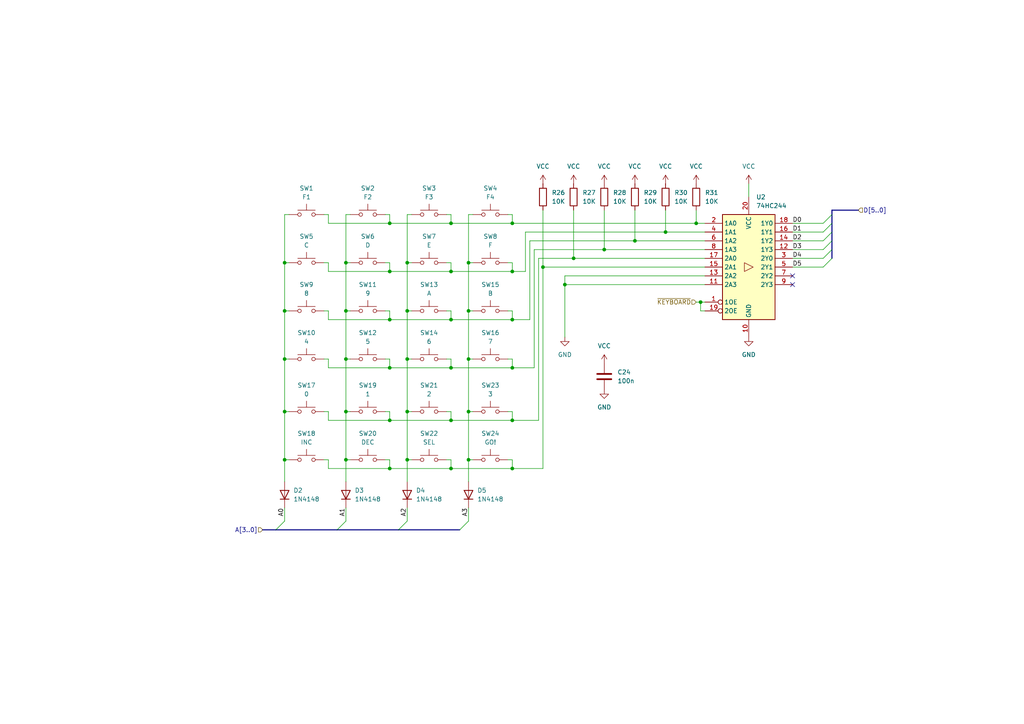
<source format=kicad_sch>
(kicad_sch (version 20250114) (generator "eeschema") (generator_version "9.0")
  (paper "A4")
  (title_block (title "Matrix keyboard") (date "2025-10-16") (rev "A") (company "A.K."))
  (lib_symbols
    (symbol "74xx:74HC244"
      (property "Reference" "U" (at -7.62 16.51 0))
      (property "Value" "74HC244" (at -7.62 -16.51 0))
      (symbol "74HC244_1_0"
        (polyline (pts (xy 1.27 0) (xy -1.27 1.27) (xy -1.27 -1.27) (xy 1.27 0)) (stroke (width 0.1524)))
        (pin input line (at -12.7 12.7 0) (length 5.08) (name "1A0") (number "2"))
        (pin input line (at -12.7 10.16 0) (length 5.08) (name "1A1") (number "4"))
        (pin input line (at -12.7 7.62 0) (length 5.08) (name "1A2") (number "6"))
        (pin input line (at -12.7 5.08 0) (length 5.08) (name "1A3") (number "8"))
        (pin input line (at -12.7 2.54 0) (length 5.08) (name "2A0") (number "17"))
        (pin input line (at -12.7 0 0) (length 5.08) (name "2A1") (number "15"))
        (pin input line (at -12.7 -2.54 0) (length 5.08) (name "2A2") (number "13"))
        (pin input line (at -12.7 -5.08 0) (length 5.08) (name "2A3") (number "11"))
        (pin input inverted (at -12.7 -10.16 0) (length 5.08) (name "1OE") (number "1"))
        (pin input inverted (at -12.7 -12.7 0) (length 5.08) (name "2OE") (number "19"))
        (pin power_in line (at 0 20.32 270) (length 5.08) (name "VCC") (number "20"))
        (pin power_in line (at 0 -20.32 90) (length 5.08) (name "GND") (number "10"))
        (pin tri_state line (at 12.7 12.7 180) (length 5.08) (name "1Y0") (number "18"))
        (pin tri_state line (at 12.7 10.16 180) (length 5.08) (name "1Y1") (number "16"))
        (pin tri_state line (at 12.7 7.62 180) (length 5.08) (name "1Y2") (number "14"))
        (pin tri_state line (at 12.7 5.08 180) (length 5.08) (name "1Y3") (number "12"))
        (pin tri_state line (at 12.7 2.54 180) (length 5.08) (name "2Y0") (number "3"))
        (pin tri_state line (at 12.7 0 180) (length 5.08) (name "2Y1") (number "5"))
        (pin tri_state line (at 12.7 -2.54 180) (length 5.08) (name "2Y2") (number "7"))
        (pin tri_state line (at 12.7 -5.08 180) (length 5.08) (name "2Y3") (number "9"))
      )
      (symbol "74HC244_1_1"
        (rectangle (start -7.62 15.24) (end 7.62 -15.24) (stroke (width 0.254)) (fill (type background)))
      )
    )
    (symbol "Device:C" (pin_numbers (hide yes)) (pin_names (offset 0.254))
      (property "Reference" "C" (at 0.635 2.54 0))
      (property "Value" "C" (at 0.635 -2.54 0))
      (symbol "C_0_1"
        (polyline (pts (xy -2.032 0.762) (xy 2.032 0.762)) (stroke (width 0.508)))
        (polyline (pts (xy -2.032 -0.762) (xy 2.032 -0.762)) (stroke (width 0.508)))
      )
      (symbol "C_1_1"
        (pin passive line (at 0 3.81 270) (length 2.794) (name "~") (number "1"))
        (pin passive line (at 0 -3.81 90) (length 2.794) (name "~") (number "2"))
      )
    )
    (symbol "Device:D" (pin_numbers (hide yes)) (pin_names (offset 1.016) (hide yes))
      (property "Reference" "D" (at 0 2.54 0))
      (property "Value" "D" (at 0 -2.54 0))
      (symbol "D_0_1"
        (polyline (pts (xy -1.27 1.27) (xy -1.27 -1.27)) (stroke (width 0.254)))
        (polyline (pts (xy 1.27 1.27) (xy 1.27 -1.27) (xy -1.27 0) (xy 1.27 1.27)) (stroke (width 0.254)))
        (polyline (pts (xy 1.27 0) (xy -1.27 0)))
      )
      (symbol "D_1_1"
        (pin passive line (at -3.81 0 0) (length 2.54) (name "K") (number "1"))
        (pin passive line (at 3.81 0 180) (length 2.54) (name "A") (number "2"))
      )
    )
    (symbol "Device:R" (pin_numbers (hide yes)) (pin_names (offset 0))
      (property "Reference" "R" (at 2.032 0 90))
      (property "Value" "R" (at 0 0 90))
      (symbol "R_0_1"
        (rectangle (start -1.016 -2.54) (end 1.016 2.54) (stroke (width 0.254)))
      )
      (symbol "R_1_1"
        (pin passive line (at 0 3.81 270) (length 1.27) (name "~") (number "1"))
        (pin passive line (at 0 -3.81 90) (length 1.27) (name "~") (number "2"))
      )
    )
    (symbol "Switch:SW_Omron_B3FS" (pin_numbers (hide yes)) (pin_names (offset 1.016) (hide yes))
      (property "Reference" "SW" (at 1.27 2.54 0))
      (property "Value" "SW_Omron_B3FS" (at 0 -1.524 0))
      (symbol "SW_Omron_B3FS_0_1"
        (circle (center -2.032 0) (radius 0.508))
        (polyline (pts (xy 0 1.27) (xy 0 3.048)))
        (circle (center 2.032 0) (radius 0.508))
        (polyline (pts (xy 2.54 1.27) (xy -2.54 1.27)))
        (pin passive line (at -5.08 0 0) (length 2.54) (name "1") (number "1"))
        (pin passive line (at 5.08 0 180) (length 2.54) (name "2") (number "2"))
      )
    )
    (symbol "power:GND" (power) (pin_numbers (hide yes)) (pin_names (offset 0) (hide yes))
      (property "Value" "GND" (at 0 -3.81 0))
      (symbol "GND_0_1"
        (polyline (pts (xy 0 0) (xy 0 -1.27) (xy 1.27 -1.27) (xy 0 -2.54) (xy -1.27 -1.27) (xy 0 -1.27)))
      )
      (symbol "GND_1_1"
        (pin power_in line (at 0 0 270) (length 0) (name "~") (number "1"))
      )
    )
    (symbol "power:VCC" (power) (pin_numbers (hide yes)) (pin_names (offset 0) (hide yes))
      (property "Value" "VCC" (at 0 3.556 0))
      (symbol "VCC_0_1"
        (polyline (pts (xy -0.762 1.27) (xy 0 2.54)))
        (polyline (pts (xy 0 2.54) (xy 0.762 1.27)))
        (polyline (pts (xy 0 0) (xy 0 2.54)))
      )
      (symbol "VCC_1_1"
        (pin power_in line (at 0 0 90) (length 0) (name "~") (number "1"))
      )
    )
  )
  (junction (at 118.11 104.14))
  (junction (at 193.04 67.31))
  (junction (at 82.55 119.38))
  (junction (at 135.89 133.35))
  (junction (at 130.81 78.74))
  (junction (at 113.03 78.74))
  (junction (at 130.81 121.92))
  (junction (at 148.59 92.71))
  (junction (at 118.11 76.2))
  (junction (at 135.89 90.17))
  (junction (at 157.48 77.47))
  (junction (at 148.59 121.92))
  (junction (at 166.37 74.93))
  (junction (at 113.03 106.68))
  (junction (at 100.33 119.38))
  (junction (at 118.11 119.38))
  (junction (at 203.2 87.63))
  (junction (at 148.59 78.74))
  (junction (at 148.59 64.77))
  (junction (at 100.33 133.35))
  (junction (at 175.26 72.39))
  (junction (at 130.81 92.71))
  (junction (at 201.93 64.77))
  (junction (at 82.55 133.35))
  (junction (at 148.59 135.89))
  (junction (at 113.03 64.77))
  (junction (at 118.11 133.35))
  (junction (at 100.33 104.14))
  (junction (at 82.55 90.17))
  (junction (at 163.83 82.55))
  (junction (at 184.15 69.85))
  (junction (at 113.03 135.89))
  (junction (at 130.81 106.68))
  (junction (at 113.03 121.92))
  (junction (at 118.11 90.17))
  (junction (at 130.81 135.89))
  (junction (at 100.33 76.2))
  (junction (at 113.03 92.71))
  (junction (at 100.33 90.17))
  (junction (at 135.89 76.2))
  (junction (at 82.55 76.2))
  (junction (at 82.55 104.14))
  (junction (at 135.89 104.14))
  (junction (at 135.89 119.38))
  (junction (at 130.81 64.77))
  (junction (at 148.59 106.68))
  (no_connect (at 229.87 80.01))
  (no_connect (at 229.87 82.55))
  (bus_entry (at 97.79 153.67) (size 2.54 -2.54))
  (bus_entry (at 241.3 62.23) (size -2.54 2.54))
  (bus_entry (at 133.35 153.67) (size 2.54 -2.54))
  (bus_entry (at 241.3 72.39) (size -2.54 2.54))
  (bus_entry (at 115.57 153.67) (size 2.54 -2.54))
  (bus_entry (at 241.3 74.93) (size -2.54 2.54))
  (bus_entry (at 241.3 67.31) (size -2.54 2.54))
  (bus_entry (at 241.3 69.85) (size -2.54 2.54))
  (bus_entry (at 80.01 153.67) (size 2.54 -2.54))
  (bus_entry (at 241.3 64.77) (size -2.54 2.54))
  (wire (pts (xy 83.82 62.23) (xy 82.55 62.23)))
  (wire (pts (xy 129.54 104.14) (xy 130.81 104.14)))
  (wire (pts (xy 113.03 135.89) (xy 130.81 135.89)))
  (wire (pts (xy 118.11 147.32) (xy 118.11 151.13)))
  (wire (pts (xy 148.59 121.92) (xy 156.21 121.92)))
  (bus (pts (xy 241.3 72.39) (xy 241.3 69.85)))
  (wire (pts (xy 118.11 119.38) (xy 118.11 133.35)))
  (wire (pts (xy 130.81 121.92) (xy 148.59 121.92)))
  (bus (pts (xy 241.3 62.23) (xy 241.3 60.96)))
  (wire (pts (xy 229.87 64.77) (xy 238.76 64.77)))
  (wire (pts (xy 93.98 133.35) (xy 95.25 133.35)))
  (wire (pts (xy 82.55 104.14) (xy 82.55 119.38)))
  (wire (pts (xy 130.81 62.23) (xy 130.81 64.77)))
  (wire (pts (xy 113.03 90.17) (xy 113.03 92.71)))
  (wire (pts (xy 118.11 90.17) (xy 118.11 104.14)))
  (wire (pts (xy 111.76 62.23) (xy 113.03 62.23)))
  (wire (pts (xy 101.6 90.17) (xy 100.33 90.17)))
  (wire (pts (xy 157.48 77.47) (xy 204.47 77.47)))
  (wire (pts (xy 100.33 119.38) (xy 100.33 133.35)))
  (wire (pts (xy 129.54 133.35) (xy 130.81 133.35)))
  (wire (pts (xy 148.59 76.2) (xy 147.32 76.2)))
  (wire (pts (xy 129.54 90.17) (xy 130.81 90.17)))
  (wire (pts (xy 184.15 60.96) (xy 184.15 69.85)))
  (wire (pts (xy 100.33 90.17) (xy 100.33 104.14)))
  (wire (pts (xy 111.76 76.2) (xy 113.03 76.2)))
  (wire (pts (xy 137.16 119.38) (xy 135.89 119.38)))
  (wire (pts (xy 82.55 104.14) (xy 83.82 104.14)))
  (wire (pts (xy 148.59 104.14) (xy 147.32 104.14)))
  (wire (pts (xy 82.55 76.2) (xy 83.82 76.2)))
  (wire (pts (xy 130.81 92.71) (xy 148.59 92.71)))
  (wire (pts (xy 111.76 133.35) (xy 113.03 133.35)))
  (wire (pts (xy 152.4 67.31) (xy 193.04 67.31)))
  (wire (pts (xy 229.87 72.39) (xy 238.76 72.39)))
  (wire (pts (xy 130.81 119.38) (xy 130.81 121.92)))
  (wire (pts (xy 95.25 78.74) (xy 113.03 78.74)))
  (wire (pts (xy 135.89 133.35) (xy 137.16 133.35)))
  (wire (pts (xy 148.59 133.35) (xy 147.32 133.35)))
  (wire (pts (xy 130.81 133.35) (xy 130.81 135.89)))
  (wire (pts (xy 113.03 76.2) (xy 113.03 78.74)))
  (wire (pts (xy 93.98 119.38) (xy 95.25 119.38)))
  (wire (pts (xy 148.59 64.77) (xy 148.59 62.23)))
  (wire (pts (xy 101.6 62.23) (xy 100.33 62.23)))
  (wire (pts (xy 148.59 62.23) (xy 147.32 62.23)))
  (bus (pts (xy 80.01 153.67) (xy 97.79 153.67)))
  (wire (pts (xy 163.83 97.79) (xy 163.83 82.55)))
  (wire (pts (xy 111.76 104.14) (xy 113.03 104.14)))
  (wire (pts (xy 95.25 104.14) (xy 95.25 106.68)))
  (wire (pts (xy 148.59 92.71) (xy 153.67 92.71)))
  (wire (pts (xy 163.83 82.55) (xy 204.47 82.55)))
  (wire (pts (xy 148.59 119.38) (xy 147.32 119.38)))
  (wire (pts (xy 157.48 135.89) (xy 157.48 77.47)))
  (wire (pts (xy 229.87 74.93) (xy 238.76 74.93)))
  (wire (pts (xy 95.25 62.23) (xy 95.25 64.77)))
  (wire (pts (xy 148.59 106.68) (xy 154.94 106.68)))
  (wire (pts (xy 130.81 135.89) (xy 148.59 135.89)))
  (wire (pts (xy 130.81 78.74) (xy 148.59 78.74)))
  (wire (pts (xy 130.81 104.14) (xy 130.81 106.68)))
  (wire (pts (xy 118.11 133.35) (xy 118.11 139.7)))
  (wire (pts (xy 118.11 104.14) (xy 118.11 119.38)))
  (wire (pts (xy 153.67 92.71) (xy 153.67 69.85)))
  (wire (pts (xy 95.25 76.2) (xy 95.25 78.74)))
  (wire (pts (xy 113.03 92.71) (xy 130.81 92.71)))
  (bus (pts (xy 241.3 60.96) (xy 248.92 60.96)))
  (wire (pts (xy 135.89 62.23) (xy 135.89 76.2)))
  (bus (pts (xy 115.57 153.67) (xy 133.35 153.67)))
  (wire (pts (xy 119.38 119.38) (xy 118.11 119.38)))
  (wire (pts (xy 166.37 74.93) (xy 204.47 74.93)))
  (wire (pts (xy 111.76 90.17) (xy 113.03 90.17)))
  (bus (pts (xy 97.79 153.67) (xy 115.57 153.67)))
  (wire (pts (xy 93.98 104.14) (xy 95.25 104.14)))
  (wire (pts (xy 118.11 133.35) (xy 119.38 133.35)))
  (wire (pts (xy 82.55 62.23) (xy 82.55 76.2)))
  (wire (pts (xy 163.83 80.01) (xy 163.83 82.55)))
  (wire (pts (xy 100.33 104.14) (xy 100.33 119.38)))
  (bus (pts (xy 241.3 64.77) (xy 241.3 62.23)))
  (wire (pts (xy 129.54 119.38) (xy 130.81 119.38)))
  (bus (pts (xy 241.3 74.93) (xy 241.3 72.39)))
  (wire (pts (xy 100.33 62.23) (xy 100.33 76.2)))
  (wire (pts (xy 82.55 133.35) (xy 83.82 133.35)))
  (wire (pts (xy 82.55 119.38) (xy 82.55 133.35)))
  (wire (pts (xy 148.59 121.92) (xy 148.59 119.38)))
  (wire (pts (xy 118.11 76.2) (xy 118.11 90.17)))
  (bus (pts (xy 76.2 153.67) (xy 80.01 153.67)))
  (wire (pts (xy 157.48 60.96) (xy 157.48 77.47)))
  (wire (pts (xy 82.55 76.2) (xy 82.55 90.17)))
  (wire (pts (xy 148.59 135.89) (xy 157.48 135.89)))
  (wire (pts (xy 113.03 62.23) (xy 113.03 64.77)))
  (wire (pts (xy 130.81 90.17) (xy 130.81 92.71)))
  (bus (pts (xy 241.3 67.31) (xy 241.3 64.77)))
  (wire (pts (xy 193.04 60.96) (xy 193.04 67.31)))
  (wire (pts (xy 217.17 53.34) (xy 217.17 57.15)))
  (wire (pts (xy 148.59 135.89) (xy 148.59 133.35)))
  (wire (pts (xy 95.25 133.35) (xy 95.25 135.89)))
  (wire (pts (xy 129.54 76.2) (xy 130.81 76.2)))
  (wire (pts (xy 135.89 76.2) (xy 137.16 76.2)))
  (wire (pts (xy 82.55 90.17) (xy 82.55 104.14)))
  (wire (pts (xy 100.33 133.35) (xy 100.33 139.7)))
  (wire (pts (xy 135.89 147.32) (xy 135.89 151.13)))
  (wire (pts (xy 201.93 60.96) (xy 201.93 64.77)))
  (wire (pts (xy 119.38 62.23) (xy 118.11 62.23)))
  (wire (pts (xy 113.03 133.35) (xy 113.03 135.89)))
  (wire (pts (xy 93.98 62.23) (xy 95.25 62.23)))
  (bus (pts (xy 241.3 69.85) (xy 241.3 67.31)))
  (wire (pts (xy 156.21 121.92) (xy 156.21 74.93)))
  (wire (pts (xy 148.59 78.74) (xy 152.4 78.74)))
  (wire (pts (xy 93.98 90.17) (xy 95.25 90.17)))
  (wire (pts (xy 113.03 104.14) (xy 113.03 106.68)))
  (wire (pts (xy 201.93 64.77) (xy 204.47 64.77)))
  (wire (pts (xy 129.54 62.23) (xy 130.81 62.23)))
  (wire (pts (xy 175.26 72.39) (xy 204.47 72.39)))
  (wire (pts (xy 175.26 60.96) (xy 175.26 72.39)))
  (wire (pts (xy 95.25 106.68) (xy 113.03 106.68)))
  (wire (pts (xy 148.59 92.71) (xy 148.59 90.17)))
  (wire (pts (xy 148.59 90.17) (xy 147.32 90.17)))
  (wire (pts (xy 95.25 135.89) (xy 113.03 135.89)))
  (wire (pts (xy 113.03 64.77) (xy 130.81 64.77)))
  (wire (pts (xy 154.94 72.39) (xy 175.26 72.39)))
  (wire (pts (xy 113.03 119.38) (xy 113.03 121.92)))
  (wire (pts (xy 204.47 80.01) (xy 163.83 80.01)))
  (wire (pts (xy 229.87 77.47) (xy 238.76 77.47)))
  (wire (pts (xy 111.76 119.38) (xy 113.03 119.38)))
  (wire (pts (xy 201.93 87.63) (xy 203.2 87.63)))
  (wire (pts (xy 156.21 74.93) (xy 166.37 74.93)))
  (wire (pts (xy 203.2 87.63) (xy 203.2 90.17)))
  (wire (pts (xy 148.59 106.68) (xy 148.59 104.14)))
  (wire (pts (xy 135.89 119.38) (xy 135.89 133.35)))
  (wire (pts (xy 118.11 76.2) (xy 119.38 76.2)))
  (wire (pts (xy 148.59 78.74) (xy 148.59 76.2)))
  (wire (pts (xy 148.59 64.77) (xy 201.93 64.77)))
  (wire (pts (xy 95.25 92.71) (xy 113.03 92.71)))
  (wire (pts (xy 229.87 69.85) (xy 238.76 69.85)))
  (wire (pts (xy 100.33 147.32) (xy 100.33 151.13)))
  (wire (pts (xy 203.2 90.17) (xy 204.47 90.17)))
  (wire (pts (xy 137.16 90.17) (xy 135.89 90.17)))
  (wire (pts (xy 93.98 76.2) (xy 95.25 76.2)))
  (wire (pts (xy 184.15 69.85) (xy 204.47 69.85)))
  (wire (pts (xy 82.55 147.32) (xy 82.55 151.13)))
  (wire (pts (xy 100.33 76.2) (xy 100.33 90.17)))
  (wire (pts (xy 100.33 104.14) (xy 101.6 104.14)))
  (wire (pts (xy 95.25 64.77) (xy 113.03 64.77)))
  (wire (pts (xy 130.81 106.68) (xy 148.59 106.68)))
  (wire (pts (xy 95.25 121.92) (xy 113.03 121.92)))
  (wire (pts (xy 95.25 119.38) (xy 95.25 121.92)))
  (wire (pts (xy 113.03 78.74) (xy 130.81 78.74)))
  (wire (pts (xy 135.89 133.35) (xy 135.89 139.7)))
  (wire (pts (xy 82.55 133.35) (xy 82.55 139.7)))
  (wire (pts (xy 135.89 104.14) (xy 137.16 104.14)))
  (wire (pts (xy 153.67 69.85) (xy 184.15 69.85)))
  (wire (pts (xy 229.87 67.31) (xy 238.76 67.31)))
  (wire (pts (xy 154.94 106.68) (xy 154.94 72.39)))
  (wire (pts (xy 166.37 60.96) (xy 166.37 74.93)))
  (wire (pts (xy 152.4 78.74) (xy 152.4 67.31)))
  (wire (pts (xy 203.2 87.63) (xy 204.47 87.63)))
  (wire (pts (xy 130.81 76.2) (xy 130.81 78.74)))
  (wire (pts (xy 118.11 62.23) (xy 118.11 76.2)))
  (wire (pts (xy 83.82 119.38) (xy 82.55 119.38)))
  (wire (pts (xy 100.33 133.35) (xy 101.6 133.35)))
  (wire (pts (xy 113.03 121.92) (xy 130.81 121.92)))
  (wire (pts (xy 130.81 64.77) (xy 148.59 64.77)))
  (wire (pts (xy 100.33 76.2) (xy 101.6 76.2)))
  (wire (pts (xy 95.25 90.17) (xy 95.25 92.71)))
  (wire (pts (xy 83.82 90.17) (xy 82.55 90.17)))
  (wire (pts (xy 113.03 106.68) (xy 130.81 106.68)))
  (wire (pts (xy 135.89 90.17) (xy 135.89 104.14)))
  (wire (pts (xy 118.11 104.14) (xy 119.38 104.14)))
  (wire (pts (xy 119.38 90.17) (xy 118.11 90.17)))
  (wire (pts (xy 101.6 119.38) (xy 100.33 119.38)))
  (wire (pts (xy 135.89 76.2) (xy 135.89 90.17)))
  (wire (pts (xy 137.16 62.23) (xy 135.89 62.23)))
  (wire (pts (xy 135.89 104.14) (xy 135.89 119.38)))
  (wire (pts (xy 193.04 67.31) (xy 204.47 67.31)))
  (label "D1" (at 229.87 67.31 0))
  (label "D0" (at 229.87 64.77 0))
  (label "A2" (at 118.11 147.32 270))
  (label "A3" (at 135.89 147.32 270))
  (label "D3" (at 229.87 72.39 0))
  (label "A1" (at 100.33 147.32 270))
  (label "D4" (at 229.87 74.93 0))
  (label "A0" (at 82.55 147.32 270))
  (label "D2" (at 229.87 69.85 0))
  (label "D5" (at 229.87 77.47 0))
  (hierarchical_label "A[3..0]" (shape input) (at 76.2 153.67 180))
  (hierarchical_label "~{KEYBOARD}" (shape input) (at 201.93 87.63 180))
  (hierarchical_label "D[5..0]" (shape input) (at 248.92 60.96 0))
  (symbol (lib_id "Switch:SW_Omron_B3FS") (at 106.68 104.14 0) (unit 1)
    (property "Reference" "SW12" (at 106.68 96.52 0))
    (property "Value" "5" (at 106.68 99.06 0))
    (property "Footprint" "Button_Switch_SMD:SW_SPST_PTS645" (effects (hide yes)))
    (property "Datasheet" "https://omronfs.omron.com/en_US/ecb/products/pdf/en-b3fs.pdf" (effects (hide yes)))
    (property "Description" "Omron B3FS 6x6mm single pole normally-open tactile switch" (effects (hide yes)))
  )
  (symbol (lib_id "power:VCC") (at 157.48 53.34 0) (unit 1)
    (property "Reference" "#PWR0107" (effects (hide yes)))
    (property "Value" "VCC" (at 157.48 48.26 0))
    (property "Description" "Power symbol creates a global label with name \"VCC\"" (effects (hide yes)))
  )
  (symbol (lib_id "Device:R") (at 157.48 57.15 180) (unit 1)
    (property "Reference" "R26" (at 160.02 55.8799 0) (effects (justify right)))
    (property "Value" "10K" (at 160.02 58.4199 0) (effects (justify right)))
    (property "Footprint" "Resistor_SMD:R_0805_2012Metric" (effects (hide yes)))
    (property "Description" "Resistor" (effects (hide yes)))
  )
  (symbol (lib_id "power:GND") (at 163.83 97.79 0) (unit 1)
    (property "Reference" "#PWR057" (effects (hide yes)))
    (property "Value" "GND" (at 163.83 102.87 0))
    (property "Description" "Power symbol creates a global label with name \"GND\" , ground" (effects (hide yes)))
  )
  (symbol (lib_id "Switch:SW_Omron_B3FS") (at 88.9 62.23 0) (unit 1)
    (property "Reference" "SW1" (at 88.9 54.61 0))
    (property "Value" "F1" (at 88.9 57.15 0))
    (property "Footprint" "Button_Switch_SMD:SW_SPST_PTS645" (effects (hide yes)))
    (property "Datasheet" "https://omronfs.omron.com/en_US/ecb/products/pdf/en-b3fs.pdf" (effects (hide yes)))
    (property "Description" "Omron B3FS 6x6mm single pole normally-open tactile switch" (effects (hide yes)))
  )
  (symbol (lib_id "Device:R") (at 166.37 57.15 180) (unit 1)
    (property "Reference" "R27" (at 168.91 55.8799 0) (effects (justify right)))
    (property "Value" "10K" (at 168.91 58.4199 0) (effects (justify right)))
    (property "Footprint" "Resistor_SMD:R_0805_2012Metric" (effects (hide yes)))
    (property "Description" "Resistor" (effects (hide yes)))
  )
  (symbol (lib_id "Device:D") (at 135.89 143.51 90) (unit 1)
    (property "Reference" "D5" (at 138.43 142.2399 90) (effects (justify right)))
    (property "Value" "1N4148" (at 138.43 144.7799 90) (effects (justify right)))
    (property "Footprint" "Diode_SMD:D_MicroMELF" (effects (hide yes)))
    (property "Description" "Diode" (effects (hide yes)))
    (property "Sim.Device" "D" (effects (hide yes)))
    (property "Sim.Pins" "1=K 2=A" (effects (hide yes)))
  )
  (symbol (lib_id "power:GND") (at 175.26 113.03 0) (unit 1)
    (property "Reference" "#PWR090" (effects (hide yes)))
    (property "Value" "GND" (at 175.26 118.11 0))
    (property "Description" "Power symbol creates a global label with name \"GND\" , ground" (effects (hide yes)))
  )
  (symbol (lib_id "Switch:SW_Omron_B3FS") (at 124.46 62.23 0) (unit 1)
    (property "Reference" "SW3" (at 124.46 54.61 0))
    (property "Value" "F3" (at 124.46 57.15 0))
    (property "Footprint" "Button_Switch_SMD:SW_SPST_PTS645" (effects (hide yes)))
    (property "Datasheet" "https://omronfs.omron.com/en_US/ecb/products/pdf/en-b3fs.pdf" (effects (hide yes)))
    (property "Description" "Omron B3FS 6x6mm single pole normally-open tactile switch" (effects (hide yes)))
  )
  (symbol (lib_id "Switch:SW_Omron_B3FS") (at 106.68 76.2 0) (unit 1)
    (property "Reference" "SW6" (at 106.68 68.58 0))
    (property "Value" "D" (at 106.68 71.12 0))
    (property "Footprint" "Button_Switch_SMD:SW_SPST_PTS645" (effects (hide yes)))
    (property "Datasheet" "https://omronfs.omron.com/en_US/ecb/products/pdf/en-b3fs.pdf" (effects (hide yes)))
    (property "Description" "Omron B3FS 6x6mm single pole normally-open tactile switch" (effects (hide yes)))
  )
  (symbol (lib_id "power:VCC") (at 175.26 53.34 0) (unit 1)
    (property "Reference" "#PWR0105" (effects (hide yes)))
    (property "Value" "VCC" (at 175.26 48.26 0))
    (property "Description" "Power symbol creates a global label with name \"VCC\"" (effects (hide yes)))
  )
  (symbol (lib_id "Switch:SW_Omron_B3FS") (at 106.68 119.38 0) (unit 1)
    (property "Reference" "SW19" (at 106.68 111.76 0))
    (property "Value" "1" (at 106.68 114.3 0))
    (property "Footprint" "Button_Switch_SMD:SW_SPST_PTS645" (effects (hide yes)))
    (property "Datasheet" "https://omronfs.omron.com/en_US/ecb/products/pdf/en-b3fs.pdf" (effects (hide yes)))
    (property "Description" "Omron B3FS 6x6mm single pole normally-open tactile switch" (effects (hide yes)))
  )
  (symbol (lib_id "Switch:SW_Omron_B3FS") (at 142.24 133.35 0) (unit 1)
    (property "Reference" "SW24" (at 142.24 125.73 0))
    (property "Value" "GO!" (at 142.24 128.27 0))
    (property "Footprint" "Button_Switch_SMD:SW_SPST_PTS645" (effects (hide yes)))
    (property "Datasheet" "https://omronfs.omron.com/en_US/ecb/products/pdf/en-b3fs.pdf" (effects (hide yes)))
    (property "Description" "Omron B3FS 6x6mm single pole normally-open tactile switch" (effects (hide yes)))
  )
  (symbol (lib_id "Device:C") (at 175.26 109.22 0) (unit 1)
    (property "Reference" "C24" (at 179.07 107.9499 0) (effects (justify left)))
    (property "Value" "100n" (at 179.07 110.4899 0) (effects (justify left)))
    (property "Footprint" "Capacitor_SMD:C_0805_2012Metric" (effects (hide yes)))
    (property "Description" "Unpolarized capacitor" (effects (hide yes)))
  )
  (symbol (lib_id "Switch:SW_Omron_B3FS") (at 124.46 104.14 0) (unit 1)
    (property "Reference" "SW14" (at 124.46 96.52 0))
    (property "Value" "6" (at 124.46 99.06 0))
    (property "Footprint" "Button_Switch_SMD:SW_SPST_PTS645" (effects (hide yes)))
    (property "Datasheet" "https://omronfs.omron.com/en_US/ecb/products/pdf/en-b3fs.pdf" (effects (hide yes)))
    (property "Description" "Omron B3FS 6x6mm single pole normally-open tactile switch" (effects (hide yes)))
  )
  (symbol (lib_id "Switch:SW_Omron_B3FS") (at 142.24 104.14 0) (unit 1)
    (property "Reference" "SW16" (at 142.24 96.52 0))
    (property "Value" "7" (at 142.24 99.06 0))
    (property "Footprint" "Button_Switch_SMD:SW_SPST_PTS645" (effects (hide yes)))
    (property "Datasheet" "https://omronfs.omron.com/en_US/ecb/products/pdf/en-b3fs.pdf" (effects (hide yes)))
    (property "Description" "Omron B3FS 6x6mm single pole normally-open tactile switch" (effects (hide yes)))
  )
  (symbol (lib_id "Switch:SW_Omron_B3FS") (at 88.9 76.2 0) (unit 1)
    (property "Reference" "SW5" (at 88.9 68.58 0))
    (property "Value" "C" (at 88.9 71.12 0))
    (property "Footprint" "Button_Switch_SMD:SW_SPST_PTS645" (effects (hide yes)))
    (property "Datasheet" "https://omronfs.omron.com/en_US/ecb/products/pdf/en-b3fs.pdf" (effects (hide yes)))
    (property "Description" "Omron B3FS 6x6mm single pole normally-open tactile switch" (effects (hide yes)))
  )
  (symbol (lib_id "Switch:SW_Omron_B3FS") (at 106.68 62.23 0) (unit 1)
    (property "Reference" "SW2" (at 106.68 54.61 0))
    (property "Value" "F2" (at 106.68 57.15 0))
    (property "Footprint" "Button_Switch_SMD:SW_SPST_PTS645" (effects (hide yes)))
    (property "Datasheet" "https://omronfs.omron.com/en_US/ecb/products/pdf/en-b3fs.pdf" (effects (hide yes)))
    (property "Description" "Omron B3FS 6x6mm single pole normally-open tactile switch" (effects (hide yes)))
  )
  (symbol (lib_id "Switch:SW_Omron_B3FS") (at 124.46 133.35 0) (unit 1)
    (property "Reference" "SW22" (at 124.46 125.73 0))
    (property "Value" "SEL" (at 124.46 128.27 0))
    (property "Footprint" "Button_Switch_SMD:SW_SPST_PTS645" (effects (hide yes)))
    (property "Datasheet" "https://omronfs.omron.com/en_US/ecb/products/pdf/en-b3fs.pdf" (effects (hide yes)))
    (property "Description" "Omron B3FS 6x6mm single pole normally-open tactile switch" (effects (hide yes)))
  )
  (symbol (lib_id "power:VCC") (at 193.04 53.34 0) (unit 1)
    (property "Reference" "#PWR0103" (effects (hide yes)))
    (property "Value" "VCC" (at 193.04 48.26 0))
    (property "Description" "Power symbol creates a global label with name \"VCC\"" (effects (hide yes)))
  )
  (symbol (lib_id "Device:D") (at 82.55 143.51 90) (unit 1)
    (property "Reference" "D2" (at 85.09 142.2399 90) (effects (justify right)))
    (property "Value" "1N4148" (at 85.09 144.7799 90) (effects (justify right)))
    (property "Footprint" "Diode_SMD:D_MicroMELF" (effects (hide yes)))
    (property "Description" "Diode" (effects (hide yes)))
    (property "Sim.Device" "D" (effects (hide yes)))
    (property "Sim.Pins" "1=K 2=A" (effects (hide yes)))
  )
  (symbol (lib_id "74xx:74HC244") (at 217.17 77.47 0) (unit 1)
    (property "Reference" "U2" (at 219.3133 57.15 0) (effects (justify left)))
    (property "Value" "74HC244" (at 219.3133 59.69 0) (effects (justify left)))
    (property "Footprint" "Package_SO:SOIC-20W_7.5x12.8mm_P1.27mm" (effects (hide yes)))
    (property "Datasheet" "https://assets.nexperia.com/documents/data-sheet/74HC_HCT244.pdf" (effects (hide yes)))
    (property "Description" "8-bit Buffer/Line Driver 3-state" (effects (hide yes)))
  )
  (symbol (lib_id "Switch:SW_Omron_B3FS") (at 88.9 133.35 0) (unit 1)
    (property "Reference" "SW18" (at 88.9 125.73 0))
    (property "Value" "INC" (at 88.9 128.27 0))
    (property "Footprint" "Button_Switch_SMD:SW_SPST_PTS645" (effects (hide yes)))
    (property "Datasheet" "https://omronfs.omron.com/en_US/ecb/products/pdf/en-b3fs.pdf" (effects (hide yes)))
    (property "Description" "Omron B3FS 6x6mm single pole normally-open tactile switch" (effects (hide yes)))
  )
  (symbol (lib_id "power:VCC") (at 217.17 53.34 0) (unit 1)
    (property "Reference" "#PWR058" (effects (hide yes)))
    (property "Value" "VCC" (at 217.17 48.26 0))
    (property "Description" "Power symbol creates a global label with name \"VCC\"" (effects (hide yes)))
  )
  (symbol (lib_id "power:VCC") (at 175.26 105.41 0) (unit 1)
    (property "Reference" "#PWR089" (effects (hide yes)))
    (property "Value" "VCC" (at 175.26 100.33 0))
    (property "Description" "Power symbol creates a global label with name \"VCC\"" (effects (hide yes)))
  )
  (symbol (lib_id "Switch:SW_Omron_B3FS") (at 88.9 119.38 0) (unit 1)
    (property "Reference" "SW17" (at 88.9 111.76 0))
    (property "Value" "0" (at 88.9 114.3 0))
    (property "Footprint" "Button_Switch_SMD:SW_SPST_PTS645" (effects (hide yes)))
    (property "Datasheet" "https://omronfs.omron.com/en_US/ecb/products/pdf/en-b3fs.pdf" (effects (hide yes)))
    (property "Description" "Omron B3FS 6x6mm single pole normally-open tactile switch" (effects (hide yes)))
  )
  (symbol (lib_id "Device:R") (at 175.26 57.15 180) (unit 1)
    (property "Reference" "R28" (at 177.8 55.8799 0) (effects (justify right)))
    (property "Value" "10K" (at 177.8 58.4199 0) (effects (justify right)))
    (property "Footprint" "Resistor_SMD:R_0805_2012Metric" (effects (hide yes)))
    (property "Description" "Resistor" (effects (hide yes)))
  )
  (symbol (lib_id "Switch:SW_Omron_B3FS") (at 124.46 119.38 0) (unit 1)
    (property "Reference" "SW21" (at 124.46 111.76 0))
    (property "Value" "2" (at 124.46 114.3 0))
    (property "Footprint" "Button_Switch_SMD:SW_SPST_PTS645" (effects (hide yes)))
    (property "Datasheet" "https://omronfs.omron.com/en_US/ecb/products/pdf/en-b3fs.pdf" (effects (hide yes)))
    (property "Description" "Omron B3FS 6x6mm single pole normally-open tactile switch" (effects (hide yes)))
  )
  (symbol (lib_id "Switch:SW_Omron_B3FS") (at 124.46 90.17 0) (unit 1)
    (property "Reference" "SW13" (at 124.46 82.55 0))
    (property "Value" "A" (at 124.46 85.09 0))
    (property "Footprint" "Button_Switch_SMD:SW_SPST_PTS645" (effects (hide yes)))
    (property "Datasheet" "https://omronfs.omron.com/en_US/ecb/products/pdf/en-b3fs.pdf" (effects (hide yes)))
    (property "Description" "Omron B3FS 6x6mm single pole normally-open tactile switch" (effects (hide yes)))
  )
  (symbol (lib_id "power:GND") (at 217.17 97.79 0) (unit 1)
    (property "Reference" "#PWR056" (effects (hide yes)))
    (property "Value" "GND" (at 217.17 102.87 0))
    (property "Description" "Power symbol creates a global label with name \"GND\" , ground" (effects (hide yes)))
  )
  (symbol (lib_id "Device:D") (at 118.11 143.51 90) (unit 1)
    (property "Reference" "D4" (at 120.65 142.2399 90) (effects (justify right)))
    (property "Value" "1N4148" (at 120.65 144.7799 90) (effects (justify right)))
    (property "Footprint" "Diode_SMD:D_MicroMELF" (effects (hide yes)))
    (property "Description" "Diode" (effects (hide yes)))
    (property "Sim.Device" "D" (effects (hide yes)))
    (property "Sim.Pins" "1=K 2=A" (effects (hide yes)))
  )
  (symbol (lib_id "Switch:SW_Omron_B3FS") (at 106.68 90.17 0) (unit 1)
    (property "Reference" "SW11" (at 106.68 82.55 0))
    (property "Value" "9" (at 106.68 85.09 0))
    (property "Footprint" "Button_Switch_SMD:SW_SPST_PTS645" (effects (hide yes)))
    (property "Datasheet" "https://omronfs.omron.com/en_US/ecb/products/pdf/en-b3fs.pdf" (effects (hide yes)))
    (property "Description" "Omron B3FS 6x6mm single pole normally-open tactile switch" (effects (hide yes)))
  )
  (symbol (lib_id "Switch:SW_Omron_B3FS") (at 88.9 90.17 0) (unit 1)
    (property "Reference" "SW9" (at 88.9 82.55 0))
    (property "Value" "8" (at 88.9 85.09 0))
    (property "Footprint" "Button_Switch_SMD:SW_SPST_PTS645" (effects (hide yes)))
    (property "Datasheet" "https://omronfs.omron.com/en_US/ecb/products/pdf/en-b3fs.pdf" (effects (hide yes)))
    (property "Description" "Omron B3FS 6x6mm single pole normally-open tactile switch" (effects (hide yes)))
  )
  (symbol (lib_id "Switch:SW_Omron_B3FS") (at 106.68 133.35 0) (unit 1)
    (property "Reference" "SW20" (at 106.68 125.73 0))
    (property "Value" "DEC" (at 106.68 128.27 0))
    (property "Footprint" "Button_Switch_SMD:SW_SPST_PTS645" (effects (hide yes)))
    (property "Datasheet" "https://omronfs.omron.com/en_US/ecb/products/pdf/en-b3fs.pdf" (effects (hide yes)))
    (property "Description" "Omron B3FS 6x6mm single pole normally-open tactile switch" (effects (hide yes)))
  )
  (symbol (lib_id "Device:R") (at 201.93 57.15 180) (unit 1)
    (property "Reference" "R31" (at 204.47 55.8799 0) (effects (justify right)))
    (property "Value" "10K" (at 204.47 58.4199 0) (effects (justify right)))
    (property "Footprint" "Resistor_SMD:R_0805_2012Metric" (effects (hide yes)))
    (property "Description" "Resistor" (effects (hide yes)))
  )
  (symbol (lib_id "power:VCC") (at 201.93 53.34 0) (unit 1)
    (property "Reference" "#PWR0102" (effects (hide yes)))
    (property "Value" "VCC" (at 201.93 48.26 0))
    (property "Description" "Power symbol creates a global label with name \"VCC\"" (effects (hide yes)))
  )
  (symbol (lib_id "Device:R") (at 184.15 57.15 180) (unit 1)
    (property "Reference" "R29" (at 186.69 55.8799 0) (effects (justify right)))
    (property "Value" "10K" (at 186.69 58.4199 0) (effects (justify right)))
    (property "Footprint" "Resistor_SMD:R_0805_2012Metric" (effects (hide yes)))
    (property "Description" "Resistor" (effects (hide yes)))
  )
  (symbol (lib_id "Switch:SW_Omron_B3FS") (at 142.24 90.17 0) (unit 1)
    (property "Reference" "SW15" (at 142.24 82.55 0))
    (property "Value" "B" (at 142.24 85.09 0))
    (property "Footprint" "Button_Switch_SMD:SW_SPST_PTS645" (effects (hide yes)))
    (property "Datasheet" "https://omronfs.omron.com/en_US/ecb/products/pdf/en-b3fs.pdf" (effects (hide yes)))
    (property "Description" "Omron B3FS 6x6mm single pole normally-open tactile switch" (effects (hide yes)))
  )
  (symbol (lib_id "Switch:SW_Omron_B3FS") (at 88.9 104.14 0) (unit 1)
    (property "Reference" "SW10" (at 88.9 96.52 0))
    (property "Value" "4" (at 88.9 99.06 0))
    (property "Footprint" "Button_Switch_SMD:SW_SPST_PTS645" (effects (hide yes)))
    (property "Datasheet" "https://omronfs.omron.com/en_US/ecb/products/pdf/en-b3fs.pdf" (effects (hide yes)))
    (property "Description" "Omron B3FS 6x6mm single pole normally-open tactile switch" (effects (hide yes)))
  )
  (symbol (lib_id "Switch:SW_Omron_B3FS") (at 142.24 119.38 0) (unit 1)
    (property "Reference" "SW23" (at 142.24 111.76 0))
    (property "Value" "3" (at 142.24 114.3 0))
    (property "Footprint" "Button_Switch_SMD:SW_SPST_PTS645" (effects (hide yes)))
    (property "Datasheet" "https://omronfs.omron.com/en_US/ecb/products/pdf/en-b3fs.pdf" (effects (hide yes)))
    (property "Description" "Omron B3FS 6x6mm single pole normally-open tactile switch" (effects (hide yes)))
  )
  (symbol (lib_id "Device:D") (at 100.33 143.51 90) (unit 1)
    (property "Reference" "D3" (at 102.87 142.2399 90) (effects (justify right)))
    (property "Value" "1N4148" (at 102.87 144.7799 90) (effects (justify right)))
    (property "Footprint" "Diode_SMD:D_MicroMELF" (effects (hide yes)))
    (property "Description" "Diode" (effects (hide yes)))
    (property "Sim.Device" "D" (effects (hide yes)))
    (property "Sim.Pins" "1=K 2=A" (effects (hide yes)))
  )
  (symbol (lib_id "Switch:SW_Omron_B3FS") (at 124.46 76.2 0) (unit 1)
    (property "Reference" "SW7" (at 124.46 68.58 0))
    (property "Value" "E" (at 124.46 71.12 0))
    (property "Footprint" "Button_Switch_SMD:SW_SPST_PTS645" (effects (hide yes)))
    (property "Datasheet" "https://omronfs.omron.com/en_US/ecb/products/pdf/en-b3fs.pdf" (effects (hide yes)))
    (property "Description" "Omron B3FS 6x6mm single pole normally-open tactile switch" (effects (hide yes)))
  )
  (symbol (lib_id "power:VCC") (at 166.37 53.34 0) (unit 1)
    (property "Reference" "#PWR0106" (effects (hide yes)))
    (property "Value" "VCC" (at 166.37 48.26 0))
    (property "Description" "Power symbol creates a global label with name \"VCC\"" (effects (hide yes)))
  )
  (symbol (lib_id "Switch:SW_Omron_B3FS") (at 142.24 62.23 0) (unit 1)
    (property "Reference" "SW4" (at 142.24 54.61 0))
    (property "Value" "F4" (at 142.24 57.15 0))
    (property "Footprint" "Button_Switch_SMD:SW_SPST_PTS645" (effects (hide yes)))
    (property "Datasheet" "https://omronfs.omron.com/en_US/ecb/products/pdf/en-b3fs.pdf" (effects (hide yes)))
    (property "Description" "Omron B3FS 6x6mm single pole normally-open tactile switch" (effects (hide yes)))
  )
  (symbol (lib_id "power:VCC") (at 184.15 53.34 0) (unit 1)
    (property "Reference" "#PWR0104" (effects (hide yes)))
    (property "Value" "VCC" (at 184.15 48.26 0))
    (property "Description" "Power symbol creates a global label with name \"VCC\"" (effects (hide yes)))
  )
  (symbol (lib_id "Device:R") (at 193.04 57.15 180) (unit 1)
    (property "Reference" "R30" (at 195.58 55.8799 0) (effects (justify right)))
    (property "Value" "10K" (at 195.58 58.4199 0) (effects (justify right)))
    (property "Footprint" "Resistor_SMD:R_0805_2012Metric" (effects (hide yes)))
    (property "Description" "Resistor" (effects (hide yes)))
  )
  (symbol (lib_id "Switch:SW_Omron_B3FS") (at 142.24 76.2 0) (unit 1)
    (property "Reference" "SW8" (at 142.24 68.58 0))
    (property "Value" "F" (at 142.24 71.12 0))
    (property "Footprint" "Button_Switch_SMD:SW_SPST_PTS645" (effects (hide yes)))
    (property "Datasheet" "https://omronfs.omron.com/en_US/ecb/products/pdf/en-b3fs.pdf" (effects (hide yes)))
    (property "Description" "Omron B3FS 6x6mm single pole normally-open tactile switch" (effects (hide yes)))
  )
)
</source>
